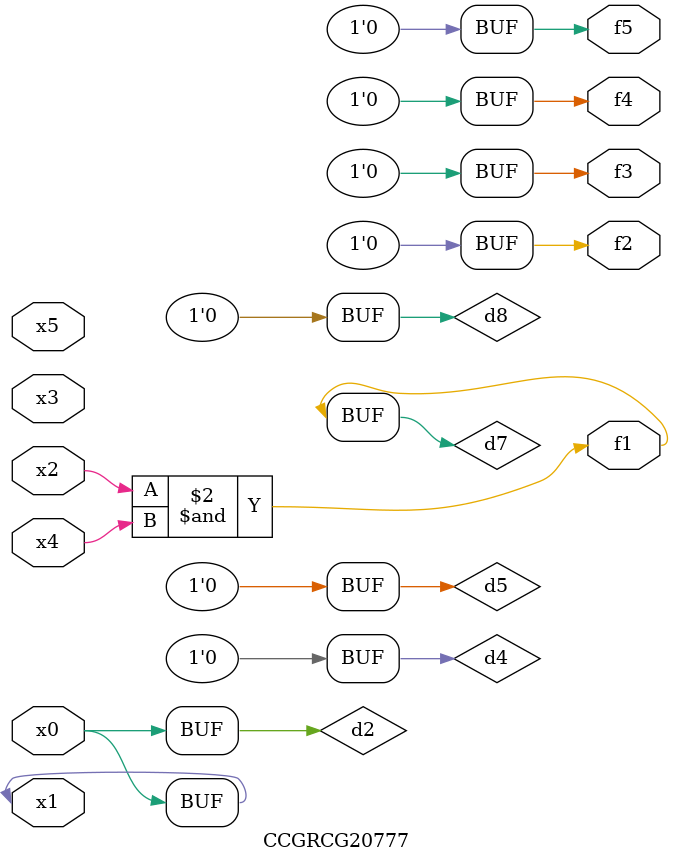
<source format=v>
module CCGRCG20777(
	input x0, x1, x2, x3, x4, x5,
	output f1, f2, f3, f4, f5
);

	wire d1, d2, d3, d4, d5, d6, d7, d8, d9;

	nand (d1, x1);
	buf (d2, x0, x1);
	nand (d3, x2, x4);
	and (d4, d1, d2);
	and (d5, d1, d2);
	nand (d6, d1, d3);
	not (d7, d3);
	xor (d8, d5);
	nor (d9, d5, d6);
	assign f1 = d7;
	assign f2 = d8;
	assign f3 = d8;
	assign f4 = d8;
	assign f5 = d8;
endmodule

</source>
